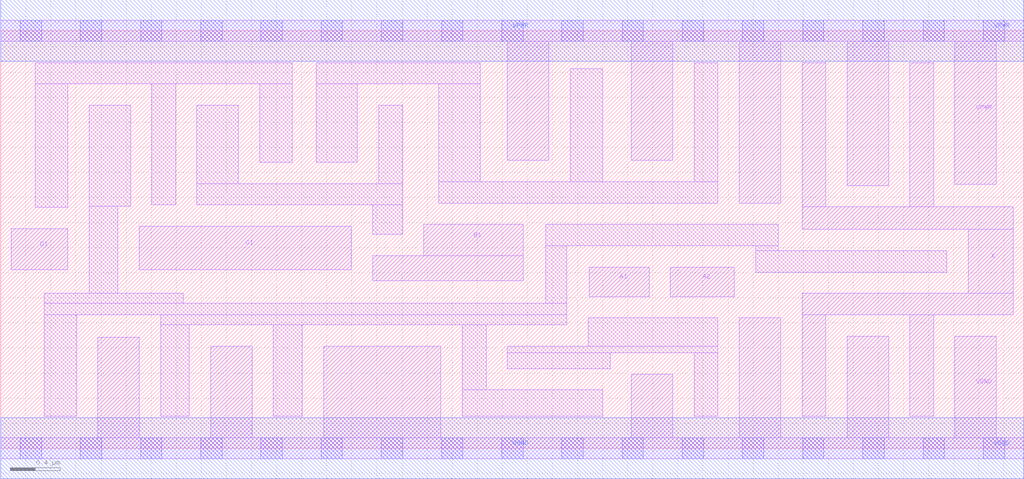
<source format=lef>
# Copyright 2020 The SkyWater PDK Authors
#
# Licensed under the Apache License, Version 2.0 (the "License");
# you may not use this file except in compliance with the License.
# You may obtain a copy of the License at
#
#     https://www.apache.org/licenses/LICENSE-2.0
#
# Unless required by applicable law or agreed to in writing, software
# distributed under the License is distributed on an "AS IS" BASIS,
# WITHOUT WARRANTIES OR CONDITIONS OF ANY KIND, either express or implied.
# See the License for the specific language governing permissions and
# limitations under the License.
#
# SPDX-License-Identifier: Apache-2.0

VERSION 5.7 ;
  NAMESCASESENSITIVE ON ;
  NOWIREEXTENSIONATPIN ON ;
  DIVIDERCHAR "/" ;
  BUSBITCHARS "[]" ;
UNITS
  DATABASE MICRONS 200 ;
END UNITS
MACRO sky130_fd_sc_lp__a2111o_4
  CLASS CORE ;
  SOURCE USER ;
  FOREIGN sky130_fd_sc_lp__a2111o_4 ;
  ORIGIN  0.000000  0.000000 ;
  SIZE  8.160000 BY  3.330000 ;
  SYMMETRY X Y R90 ;
  SITE unit ;
  PIN A1
    ANTENNAGATEAREA  0.630000 ;
    DIRECTION INPUT ;
    USE SIGNAL ;
    PORT
      LAYER li1 ;
        RECT 4.695000 1.210000 5.170000 1.445000 ;
    END
  END A1
  PIN A2
    ANTENNAGATEAREA  0.630000 ;
    DIRECTION INPUT ;
    USE SIGNAL ;
    PORT
      LAYER li1 ;
        RECT 5.340000 1.210000 5.850000 1.445000 ;
    END
  END A2
  PIN B1
    ANTENNAGATEAREA  0.630000 ;
    DIRECTION INPUT ;
    USE SIGNAL ;
    PORT
      LAYER li1 ;
        RECT 2.965000 1.335000 4.165000 1.535000 ;
        RECT 3.375000 1.535000 4.165000 1.785000 ;
    END
  END B1
  PIN C1
    ANTENNAGATEAREA  0.630000 ;
    DIRECTION INPUT ;
    USE SIGNAL ;
    PORT
      LAYER li1 ;
        RECT 1.105000 1.425000 2.795000 1.770000 ;
    END
  END C1
  PIN D1
    ANTENNAGATEAREA  0.630000 ;
    DIRECTION INPUT ;
    USE SIGNAL ;
    PORT
      LAYER li1 ;
        RECT 0.085000 1.425000 0.535000 1.750000 ;
    END
  END D1
  PIN X
    ANTENNADIFFAREA  1.176000 ;
    DIRECTION OUTPUT ;
    USE SIGNAL ;
    PORT
      LAYER li1 ;
        RECT 6.390000 0.255000 6.580000 1.065000 ;
        RECT 6.390000 1.065000 8.075000 1.235000 ;
        RECT 6.390000 1.745000 8.075000 1.925000 ;
        RECT 6.390000 1.925000 6.580000 3.075000 ;
        RECT 7.250000 0.255000 7.440000 1.065000 ;
        RECT 7.250000 1.925000 7.440000 3.075000 ;
        RECT 7.715000 1.235000 8.075000 1.745000 ;
    END
  END X
  PIN VGND
    DIRECTION INOUT ;
    USE GROUND ;
    PORT
      LAYER li1 ;
        RECT 0.000000 -0.085000 8.160000 0.085000 ;
        RECT 0.775000  0.085000 1.105000 0.885000 ;
        RECT 1.675000  0.085000 2.005000 0.815000 ;
        RECT 2.575000  0.085000 3.510000 0.815000 ;
        RECT 5.030000  0.085000 5.360000 0.590000 ;
        RECT 5.890000  0.085000 6.220000 1.040000 ;
        RECT 6.750000  0.085000 7.080000 0.895000 ;
        RECT 7.610000  0.085000 7.940000 0.895000 ;
      LAYER mcon ;
        RECT 0.155000 -0.085000 0.325000 0.085000 ;
        RECT 0.635000 -0.085000 0.805000 0.085000 ;
        RECT 1.115000 -0.085000 1.285000 0.085000 ;
        RECT 1.595000 -0.085000 1.765000 0.085000 ;
        RECT 2.075000 -0.085000 2.245000 0.085000 ;
        RECT 2.555000 -0.085000 2.725000 0.085000 ;
        RECT 3.035000 -0.085000 3.205000 0.085000 ;
        RECT 3.515000 -0.085000 3.685000 0.085000 ;
        RECT 3.995000 -0.085000 4.165000 0.085000 ;
        RECT 4.475000 -0.085000 4.645000 0.085000 ;
        RECT 4.955000 -0.085000 5.125000 0.085000 ;
        RECT 5.435000 -0.085000 5.605000 0.085000 ;
        RECT 5.915000 -0.085000 6.085000 0.085000 ;
        RECT 6.395000 -0.085000 6.565000 0.085000 ;
        RECT 6.875000 -0.085000 7.045000 0.085000 ;
        RECT 7.355000 -0.085000 7.525000 0.085000 ;
        RECT 7.835000 -0.085000 8.005000 0.085000 ;
      LAYER met1 ;
        RECT 0.000000 -0.245000 8.160000 0.245000 ;
    END
  END VGND
  PIN VPWR
    DIRECTION INOUT ;
    USE POWER ;
    PORT
      LAYER li1 ;
        RECT 0.000000 3.245000 8.160000 3.415000 ;
        RECT 4.040000 2.295000 4.370000 3.245000 ;
        RECT 5.030000 2.295000 5.360000 3.245000 ;
        RECT 5.890000 1.955000 6.220000 3.245000 ;
        RECT 6.750000 2.095000 7.080000 3.245000 ;
        RECT 7.610000 2.105000 7.940000 3.245000 ;
      LAYER mcon ;
        RECT 0.155000 3.245000 0.325000 3.415000 ;
        RECT 0.635000 3.245000 0.805000 3.415000 ;
        RECT 1.115000 3.245000 1.285000 3.415000 ;
        RECT 1.595000 3.245000 1.765000 3.415000 ;
        RECT 2.075000 3.245000 2.245000 3.415000 ;
        RECT 2.555000 3.245000 2.725000 3.415000 ;
        RECT 3.035000 3.245000 3.205000 3.415000 ;
        RECT 3.515000 3.245000 3.685000 3.415000 ;
        RECT 3.995000 3.245000 4.165000 3.415000 ;
        RECT 4.475000 3.245000 4.645000 3.415000 ;
        RECT 4.955000 3.245000 5.125000 3.415000 ;
        RECT 5.435000 3.245000 5.605000 3.415000 ;
        RECT 5.915000 3.245000 6.085000 3.415000 ;
        RECT 6.395000 3.245000 6.565000 3.415000 ;
        RECT 6.875000 3.245000 7.045000 3.415000 ;
        RECT 7.355000 3.245000 7.525000 3.415000 ;
        RECT 7.835000 3.245000 8.005000 3.415000 ;
      LAYER met1 ;
        RECT 0.000000 3.085000 8.160000 3.575000 ;
    END
  END VPWR
  OBS
    LAYER li1 ;
      RECT 0.275000 1.920000 0.535000 2.905000 ;
      RECT 0.275000 2.905000 2.325000 3.075000 ;
      RECT 0.345000 0.255000 0.605000 1.065000 ;
      RECT 0.345000 1.065000 4.515000 1.155000 ;
      RECT 0.345000 1.155000 1.455000 1.235000 ;
      RECT 0.705000 1.235000 0.935000 1.930000 ;
      RECT 0.705000 1.930000 1.035000 2.735000 ;
      RECT 1.205000 1.940000 1.395000 2.905000 ;
      RECT 1.275000 0.255000 1.505000 0.985000 ;
      RECT 1.275000 0.985000 4.515000 1.065000 ;
      RECT 1.565000 1.940000 3.205000 2.110000 ;
      RECT 1.565000 2.110000 1.895000 2.735000 ;
      RECT 2.065000 2.280000 2.325000 2.905000 ;
      RECT 2.175000 0.255000 2.405000 0.985000 ;
      RECT 2.515000 2.280000 2.845000 2.905000 ;
      RECT 2.515000 2.905000 3.825000 3.075000 ;
      RECT 2.965000 1.705000 3.205000 1.940000 ;
      RECT 3.015000 2.110000 3.205000 2.735000 ;
      RECT 3.495000 1.955000 5.720000 2.125000 ;
      RECT 3.495000 2.125000 3.825000 2.905000 ;
      RECT 3.680000 0.255000 4.800000 0.465000 ;
      RECT 3.680000 0.465000 3.870000 0.985000 ;
      RECT 4.040000 0.635000 4.860000 0.760000 ;
      RECT 4.040000 0.760000 5.720000 0.815000 ;
      RECT 4.345000 1.155000 4.515000 1.615000 ;
      RECT 4.345000 1.615000 6.200000 1.785000 ;
      RECT 4.540000 2.125000 4.800000 3.025000 ;
      RECT 4.685000 0.815000 5.720000 1.040000 ;
      RECT 5.530000 0.255000 5.720000 0.760000 ;
      RECT 5.530000 2.125000 5.720000 3.075000 ;
      RECT 6.020000 1.405000 7.545000 1.575000 ;
      RECT 6.020000 1.575000 6.200000 1.615000 ;
  END
END sky130_fd_sc_lp__a2111o_4

</source>
